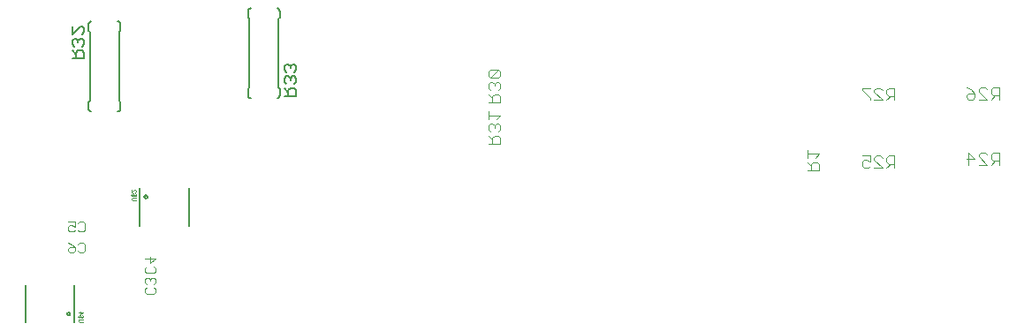
<source format=gbo>
G75*
G70*
%OFA0B0*%
%FSLAX24Y24*%
%IPPOS*%
%LPD*%
%AMOC8*
5,1,8,0,0,1.08239X$1,22.5*
%
%ADD10C,0.0040*%
%ADD11C,0.0080*%
%ADD12C,0.0060*%
%ADD13C,0.0010*%
%ADD14C,0.0030*%
%ADD15C,0.0050*%
D10*
X043385Y050067D02*
X043845Y050067D01*
X043845Y050297D01*
X043769Y050374D01*
X043615Y050374D01*
X043538Y050297D01*
X043538Y050067D01*
X043538Y050220D02*
X043385Y050374D01*
X043385Y050527D02*
X043385Y050834D01*
X043385Y050681D02*
X043845Y050681D01*
X043692Y050527D01*
X045456Y050616D02*
X045763Y050616D01*
X045763Y050386D01*
X045609Y050463D01*
X045533Y050463D01*
X045456Y050386D01*
X045456Y050233D01*
X045533Y050156D01*
X045686Y050156D01*
X045763Y050233D01*
X045916Y050156D02*
X046223Y050156D01*
X045916Y050463D01*
X045916Y050539D01*
X045993Y050616D01*
X046146Y050616D01*
X046223Y050539D01*
X046377Y050539D02*
X046377Y050386D01*
X046453Y050309D01*
X046684Y050309D01*
X046684Y050156D02*
X046684Y050616D01*
X046453Y050616D01*
X046377Y050539D01*
X046530Y050309D02*
X046377Y050156D01*
X046377Y052715D02*
X046530Y052868D01*
X046453Y052868D02*
X046684Y052868D01*
X046684Y052715D02*
X046684Y053175D01*
X046453Y053175D01*
X046377Y053099D01*
X046377Y052945D01*
X046453Y052868D01*
X046223Y052715D02*
X045916Y053022D01*
X045916Y053099D01*
X045993Y053175D01*
X046146Y053175D01*
X046223Y053099D01*
X046223Y052715D02*
X045916Y052715D01*
X045763Y052715D02*
X045763Y052792D01*
X045456Y053099D01*
X045456Y053175D01*
X045763Y053175D01*
X049399Y053196D02*
X049553Y053119D01*
X049706Y052966D01*
X049476Y052966D01*
X049399Y052889D01*
X049399Y052812D01*
X049476Y052735D01*
X049629Y052735D01*
X049706Y052812D01*
X049706Y052966D01*
X049860Y053042D02*
X049860Y053119D01*
X049936Y053196D01*
X050090Y053196D01*
X050166Y053119D01*
X050320Y053119D02*
X050320Y052966D01*
X050397Y052889D01*
X050627Y052889D01*
X050473Y052889D02*
X050320Y052735D01*
X050166Y052735D02*
X049860Y053042D01*
X049860Y052735D02*
X050166Y052735D01*
X050320Y053119D02*
X050397Y053196D01*
X050627Y053196D01*
X050627Y052735D01*
X050627Y050735D02*
X050397Y050735D01*
X050320Y050658D01*
X050320Y050505D01*
X050397Y050428D01*
X050627Y050428D01*
X050627Y050275D02*
X050627Y050735D01*
X050473Y050428D02*
X050320Y050275D01*
X050166Y050275D02*
X049860Y050582D01*
X049860Y050658D01*
X049936Y050735D01*
X050090Y050735D01*
X050166Y050658D01*
X050166Y050275D02*
X049860Y050275D01*
X049706Y050505D02*
X049399Y050505D01*
X049476Y050275D02*
X049476Y050735D01*
X049706Y050505D01*
X031817Y051057D02*
X031817Y051288D01*
X031740Y051364D01*
X031587Y051364D01*
X031510Y051288D01*
X031510Y051057D01*
X031357Y051057D02*
X031817Y051057D01*
X031510Y051211D02*
X031357Y051364D01*
X031433Y051518D02*
X031357Y051594D01*
X031357Y051748D01*
X031433Y051825D01*
X031510Y051825D01*
X031587Y051748D01*
X031587Y051671D01*
X031587Y051748D02*
X031664Y051825D01*
X031740Y051825D01*
X031817Y051748D01*
X031817Y051594D01*
X031740Y051518D01*
X031664Y051978D02*
X031817Y052132D01*
X031357Y052132D01*
X031357Y052285D02*
X031357Y051978D01*
X031357Y052632D02*
X031817Y052632D01*
X031817Y052862D01*
X031740Y052939D01*
X031587Y052939D01*
X031510Y052862D01*
X031510Y052632D01*
X031510Y052786D02*
X031357Y052939D01*
X031433Y053093D02*
X031357Y053169D01*
X031357Y053323D01*
X031433Y053399D01*
X031510Y053399D01*
X031587Y053323D01*
X031587Y053246D01*
X031587Y053323D02*
X031664Y053399D01*
X031740Y053399D01*
X031817Y053323D01*
X031817Y053169D01*
X031740Y053093D01*
X031740Y053553D02*
X031433Y053553D01*
X031740Y053860D01*
X031433Y053860D01*
X031357Y053783D01*
X031357Y053630D01*
X031433Y053553D01*
X031740Y053553D02*
X031817Y053630D01*
X031817Y053783D01*
X031740Y053860D01*
D11*
X018379Y049064D02*
X018381Y049079D01*
X018387Y049092D01*
X018396Y049104D01*
X018407Y049113D01*
X018421Y049119D01*
X018436Y049121D01*
X018451Y049119D01*
X018464Y049113D01*
X018476Y049104D01*
X018485Y049093D01*
X018491Y049079D01*
X018493Y049064D01*
X018491Y049049D01*
X018485Y049036D01*
X018476Y049024D01*
X018465Y049015D01*
X018451Y049009D01*
X018436Y049007D01*
X018421Y049009D01*
X018408Y049015D01*
X018396Y049024D01*
X018387Y049035D01*
X018381Y049049D01*
X018379Y049064D01*
X015468Y044642D02*
X015470Y044657D01*
X015476Y044670D01*
X015485Y044682D01*
X015496Y044691D01*
X015510Y044697D01*
X015525Y044699D01*
X015540Y044697D01*
X015553Y044691D01*
X015565Y044682D01*
X015574Y044671D01*
X015580Y044657D01*
X015582Y044642D01*
X015580Y044627D01*
X015574Y044614D01*
X015565Y044602D01*
X015554Y044593D01*
X015540Y044587D01*
X015525Y044585D01*
X015510Y044587D01*
X015497Y044593D01*
X015485Y044602D01*
X015476Y044613D01*
X015470Y044627D01*
X015468Y044642D01*
D12*
X013885Y044322D02*
X013885Y045742D01*
X015745Y045742D02*
X015745Y044322D01*
X018216Y047964D02*
X018216Y049383D01*
X020076Y049383D02*
X020076Y047964D01*
X017482Y052389D02*
X017482Y052639D01*
X017432Y052689D01*
X017432Y055289D01*
X017482Y055339D01*
X017482Y055589D01*
X017480Y055606D01*
X017476Y055623D01*
X017469Y055639D01*
X017459Y055653D01*
X017446Y055666D01*
X017432Y055676D01*
X017416Y055683D01*
X017399Y055687D01*
X017382Y055689D01*
X016382Y055689D02*
X016365Y055687D01*
X016348Y055683D01*
X016332Y055676D01*
X016318Y055666D01*
X016305Y055653D01*
X016295Y055639D01*
X016288Y055623D01*
X016284Y055606D01*
X016282Y055589D01*
X016282Y055339D01*
X016332Y055289D01*
X016332Y052689D01*
X016282Y052639D01*
X016282Y052389D01*
X016284Y052372D01*
X016288Y052355D01*
X016295Y052339D01*
X016305Y052325D01*
X016318Y052312D01*
X016332Y052302D01*
X016348Y052295D01*
X016365Y052291D01*
X016382Y052289D01*
X017382Y052289D02*
X017399Y052291D01*
X017416Y052295D01*
X017432Y052302D01*
X017446Y052312D01*
X017459Y052325D01*
X017469Y052339D01*
X017476Y052355D01*
X017480Y052372D01*
X017482Y052389D01*
X022286Y052881D02*
X022286Y053131D01*
X022336Y053181D01*
X022336Y055781D01*
X022286Y055831D01*
X022286Y056081D01*
X022288Y056098D01*
X022292Y056115D01*
X022299Y056131D01*
X022309Y056145D01*
X022322Y056158D01*
X022336Y056168D01*
X022352Y056175D01*
X022369Y056179D01*
X022386Y056181D01*
X023386Y056181D02*
X023403Y056179D01*
X023420Y056175D01*
X023436Y056168D01*
X023450Y056158D01*
X023463Y056145D01*
X023473Y056131D01*
X023480Y056115D01*
X023484Y056098D01*
X023486Y056081D01*
X023486Y055831D01*
X023436Y055781D01*
X023436Y053181D01*
X023486Y053131D01*
X023486Y052881D01*
X023484Y052864D01*
X023480Y052847D01*
X023473Y052831D01*
X023463Y052817D01*
X023450Y052804D01*
X023436Y052794D01*
X023420Y052787D01*
X023403Y052783D01*
X023386Y052781D01*
X022386Y052781D02*
X022369Y052783D01*
X022352Y052787D01*
X022336Y052794D01*
X022322Y052804D01*
X022309Y052817D01*
X022299Y052831D01*
X022292Y052847D01*
X022288Y052864D01*
X022286Y052881D01*
D13*
X018059Y049303D02*
X018059Y049253D01*
X018033Y049228D01*
X018033Y049181D02*
X018059Y049156D01*
X018059Y049106D01*
X018033Y049081D01*
X018008Y049081D01*
X017983Y049106D01*
X017983Y049156D01*
X017958Y049181D01*
X017933Y049181D01*
X017908Y049156D01*
X017908Y049106D01*
X017933Y049081D01*
X017933Y049034D02*
X018059Y049034D01*
X018084Y049131D02*
X017883Y049131D01*
X017908Y049228D02*
X018008Y049328D01*
X018033Y049328D01*
X018059Y049303D01*
X017908Y049328D02*
X017908Y049228D01*
X017933Y049034D02*
X017908Y049009D01*
X017908Y048959D01*
X017933Y048933D01*
X018059Y048933D01*
X016053Y044710D02*
X015978Y044635D01*
X015978Y044735D01*
X015903Y044710D02*
X016053Y044710D01*
X016028Y044587D02*
X016053Y044562D01*
X016053Y044512D01*
X016028Y044487D01*
X016003Y044487D01*
X015978Y044512D01*
X015978Y044562D01*
X015953Y044587D01*
X015928Y044587D01*
X015903Y044562D01*
X015903Y044512D01*
X015928Y044487D01*
X015928Y044440D02*
X016053Y044440D01*
X016053Y044340D02*
X015928Y044340D01*
X015903Y044365D01*
X015903Y044415D01*
X015928Y044440D01*
X015878Y044537D02*
X016078Y044537D01*
D14*
X018417Y045455D02*
X018417Y045578D01*
X018478Y045640D01*
X018478Y045761D02*
X018417Y045823D01*
X018417Y045946D01*
X018478Y046008D01*
X018540Y046008D01*
X018602Y045946D01*
X018602Y045885D01*
X018602Y045946D02*
X018663Y046008D01*
X018725Y046008D01*
X018787Y045946D01*
X018787Y045823D01*
X018725Y045761D01*
X018725Y045640D02*
X018787Y045578D01*
X018787Y045455D01*
X018725Y045393D01*
X018478Y045393D01*
X018417Y045455D01*
X018478Y046180D02*
X018417Y046242D01*
X018417Y046365D01*
X018478Y046427D01*
X018602Y046549D02*
X018602Y046796D01*
X018787Y046734D02*
X018602Y046549D01*
X018725Y046427D02*
X018787Y046365D01*
X018787Y046242D01*
X018725Y046180D01*
X018478Y046180D01*
X018417Y046734D02*
X018787Y046734D01*
X016128Y047022D02*
X016066Y046960D01*
X015942Y046960D01*
X015881Y047022D01*
X015759Y047022D02*
X015698Y046960D01*
X015574Y046960D01*
X015512Y047022D01*
X015512Y047083D01*
X015574Y047145D01*
X015759Y047145D01*
X015759Y047022D01*
X015759Y047145D02*
X015636Y047268D01*
X015512Y047330D01*
X015881Y047268D02*
X015942Y047330D01*
X016066Y047330D01*
X016128Y047268D01*
X016128Y047022D01*
X016066Y047747D02*
X015942Y047747D01*
X015881Y047809D01*
X015759Y047809D02*
X015698Y047747D01*
X015574Y047747D01*
X015512Y047809D01*
X015512Y047932D01*
X015574Y047994D01*
X015636Y047994D01*
X015759Y047932D01*
X015759Y048118D01*
X015512Y048118D01*
X015881Y048056D02*
X015942Y048118D01*
X016066Y048118D01*
X016128Y048056D01*
X016128Y047809D01*
X016066Y047747D01*
D15*
X016108Y054282D02*
X015657Y054282D01*
X015807Y054282D02*
X015807Y054508D01*
X015882Y054583D01*
X016033Y054583D01*
X016108Y054508D01*
X016108Y054282D01*
X015807Y054433D02*
X015657Y054583D01*
X015732Y054743D02*
X015657Y054818D01*
X015657Y054968D01*
X015732Y055043D01*
X015807Y055043D01*
X015882Y054968D01*
X015882Y054893D01*
X015882Y054968D02*
X015958Y055043D01*
X016033Y055043D01*
X016108Y054968D01*
X016108Y054818D01*
X016033Y054743D01*
X016033Y055203D02*
X016108Y055278D01*
X016108Y055428D01*
X016033Y055503D01*
X015958Y055503D01*
X015657Y055203D01*
X015657Y055503D01*
X023661Y054002D02*
X023661Y053852D01*
X023736Y053776D01*
X023736Y053616D02*
X023661Y053541D01*
X023661Y053391D01*
X023736Y053316D01*
X023661Y053156D02*
X023811Y053006D01*
X023811Y053081D02*
X023811Y052856D01*
X023661Y052856D02*
X024112Y052856D01*
X024112Y053081D01*
X024037Y053156D01*
X023886Y053156D01*
X023811Y053081D01*
X024037Y053316D02*
X024112Y053391D01*
X024112Y053541D01*
X024037Y053616D01*
X023961Y053616D01*
X023886Y053541D01*
X023811Y053616D01*
X023736Y053616D01*
X023886Y053541D02*
X023886Y053466D01*
X024037Y053776D02*
X024112Y053852D01*
X024112Y054002D01*
X024037Y054077D01*
X023961Y054077D01*
X023886Y054002D01*
X023811Y054077D01*
X023736Y054077D01*
X023661Y054002D01*
X023886Y054002D02*
X023886Y053927D01*
M02*

</source>
